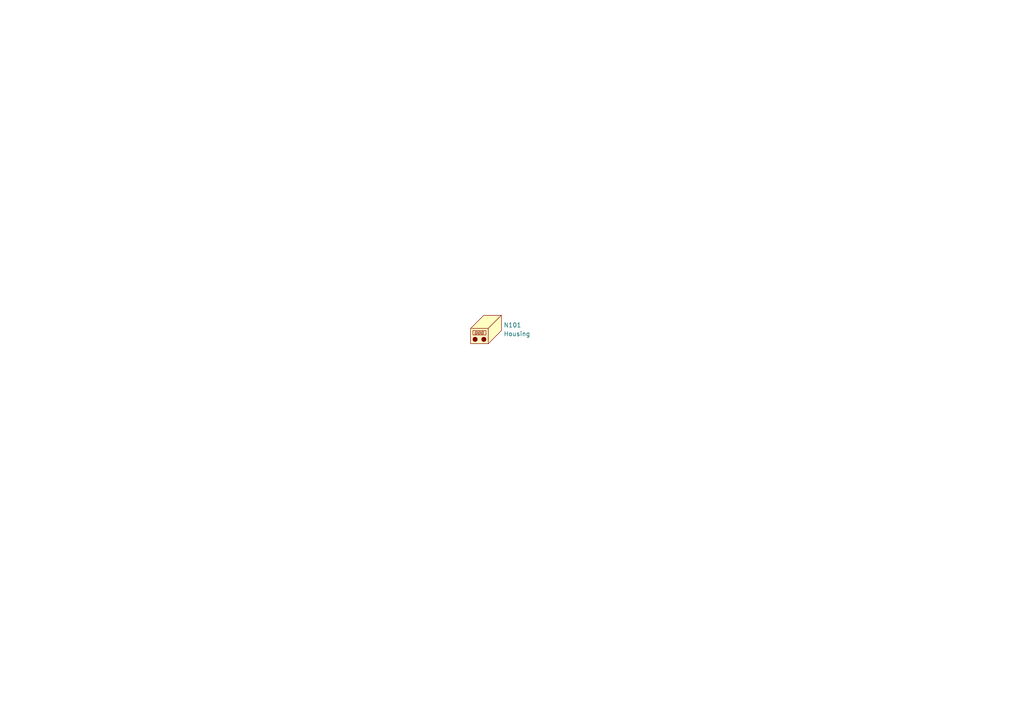
<source format=kicad_sch>
(kicad_sch (version 20210621) (generator eeschema)
  (paper "A4")
  (lib_symbols
    (symbol "Mechanical:Housing" (pin_names (offset 1.016))
      (property "Reference" "N" (at 3.81 0 0))
      (property "Value" "Housing" (at 3.81 -1.905 0))
      (symbol "Housing_0_1"
        (rectangle (start -5.08 -0.635) (end -1.27 -1.905))
        (circle (center -4.445 -3.175) (radius 0.635) (fill (type outline)))
        (circle (center -1.905 -3.175) (radius 0.635) (fill (type outline)))
        (polyline (pts (xy -4.5212 -1.5748) (xy -4.4704 -1.3716)))
        (polyline (pts (xy -4.4196 -1.6764) (xy -4.064 -1.6764)))
        (polyline (pts (xy -4.4196 -1.2192) (xy -4.3688 -0.9652)))
        (polyline (pts (xy -4.318 -1.3208) (xy -4.0132 -1.3208)))
        (polyline (pts (xy -4.2164 -0.9144) (xy -3.9116 -0.9144)))
        (polyline (pts (xy -3.9116 -1.6256) (xy -3.8608 -1.3716)))
        (polyline (pts (xy -3.81 -1.2192) (xy -3.7592 -0.9652)))
        (polyline (pts (xy -3.6068 -1.5748) (xy -3.556 -1.3716)))
        (polyline (pts (xy -3.5052 -1.6764) (xy -3.1496 -1.6764)))
        (polyline (pts (xy -3.5052 -1.2192) (xy -3.4544 -0.9652)))
        (polyline (pts (xy -3.4036 -1.3208) (xy -3.0988 -1.3208)))
        (polyline (pts (xy -3.302 -0.9144) (xy -2.9972 -0.9144)))
        (polyline (pts (xy -2.9972 -1.6256) (xy -2.9464 -1.3716)))
        (polyline (pts (xy -2.8956 -1.2192) (xy -2.8448 -0.9652)))
        (polyline (pts (xy -2.6924 -1.5748) (xy -2.6416 -1.3716)))
        (polyline (pts (xy -2.5908 -1.6764) (xy -2.2352 -1.6764)))
        (polyline (pts (xy -2.5908 -1.2192) (xy -2.54 -0.9652)))
        (polyline (pts (xy -2.4892 -1.3208) (xy -2.1844 -1.3208)))
        (polyline (pts (xy -2.3876 -0.9144) (xy -2.0828 -0.9144)))
        (polyline (pts (xy -2.0828 -1.6256) (xy -2.032 -1.3716)))
        (polyline (pts (xy -1.9812 -1.2192) (xy -1.9304 -0.9652)))
        (polyline (pts (xy -0.635 0) (xy -0.635 -4.445)))
        (polyline (pts (xy -5.715 0) (xy -0.635 0) (xy 3.175 3.81)))
        (polyline (pts (xy -5.715 0) (xy -5.715 -4.445) (xy -0.635 -4.445) (xy 3.175 -0.635) (xy 3.175 3.81) (xy -1.905 3.81) (xy -5.715 0)) (fill (type background)))
      )
    )
  )
  (symbol (lib_id "Mechanical:Housing") (at 142.24 95.25 0) (unit 1)
    (property "Reference" "N101" (at 146.05 94.2974 0) (effects (justify left)))
    (property "Value" "Housing" (at 146.05 96.8374 0) (effects (justify left)))
    (property "Footprint" "encoder-wheel:code_wheel" (effects hide))
  )
)
</source>
